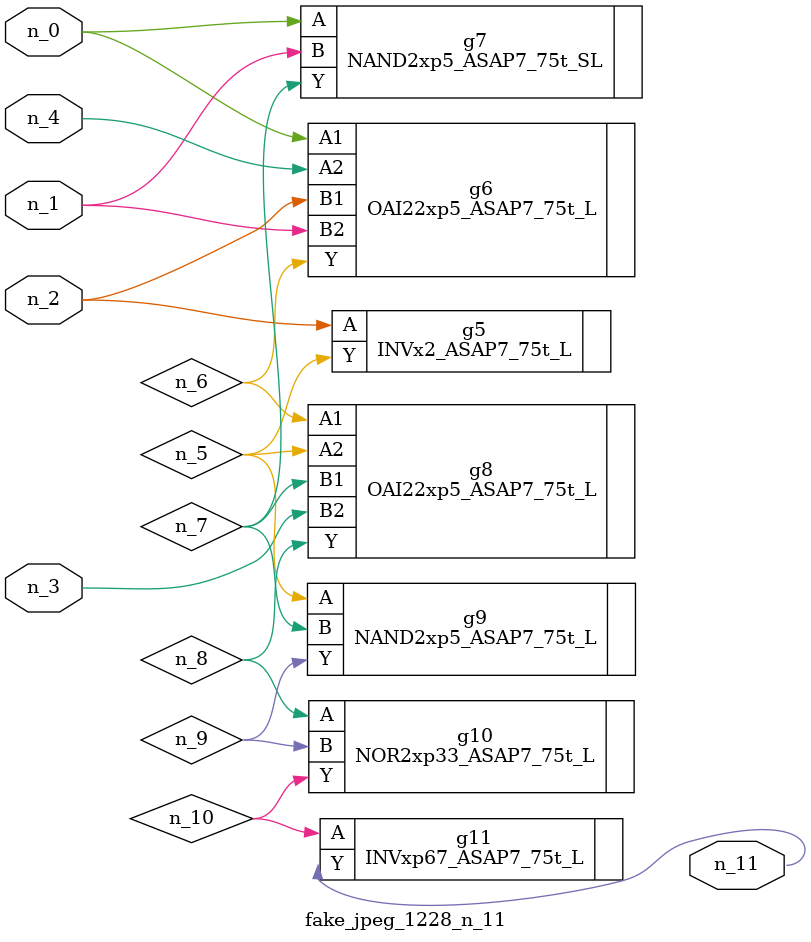
<source format=v>
module fake_jpeg_1228_n_11 (n_3, n_2, n_1, n_0, n_4, n_11);

input n_3;
input n_2;
input n_1;
input n_0;
input n_4;

output n_11;

wire n_10;
wire n_8;
wire n_9;
wire n_6;
wire n_5;
wire n_7;

INVx2_ASAP7_75t_L g5 ( 
.A(n_2),
.Y(n_5)
);

OAI22xp5_ASAP7_75t_L g6 ( 
.A1(n_0),
.A2(n_4),
.B1(n_2),
.B2(n_1),
.Y(n_6)
);

NAND2xp5_ASAP7_75t_SL g7 ( 
.A(n_0),
.B(n_1),
.Y(n_7)
);

OAI22xp5_ASAP7_75t_L g8 ( 
.A1(n_6),
.A2(n_5),
.B1(n_7),
.B2(n_3),
.Y(n_8)
);

NOR2xp33_ASAP7_75t_L g10 ( 
.A(n_8),
.B(n_9),
.Y(n_10)
);

NAND2xp5_ASAP7_75t_L g9 ( 
.A(n_5),
.B(n_7),
.Y(n_9)
);

INVxp67_ASAP7_75t_L g11 ( 
.A(n_10),
.Y(n_11)
);


endmodule
</source>
